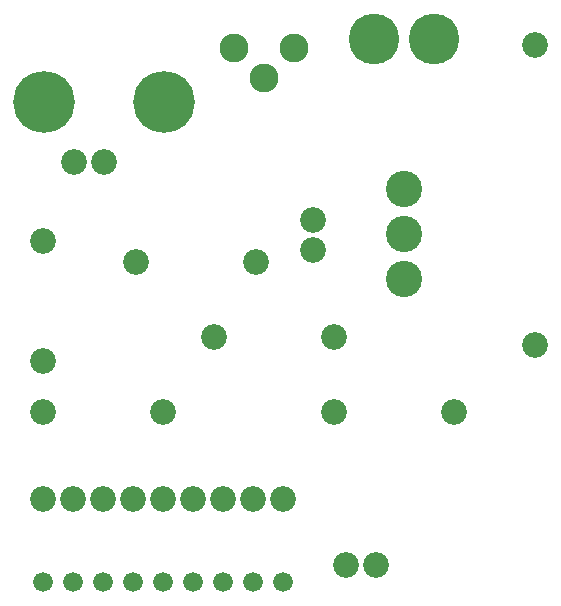
<source format=gbr>
G04 start of page 9 for group 11 layer_idx 11 *
G04 Title: (unknown), bottom_mask *
G04 Creator: pcb-rnd 2.0.0 *
G04 CreationDate: 2018-06-06 15:15:13 UTC *
G04 For:  *
G04 Format: Gerber/RS-274X *
G04 PCB-Dimensions: 500000 500000 *
G04 PCB-Coordinate-Origin: lower left *
%MOIN*%
%FSLAX25Y25*%
%LNBOTTOMMASK*%
%ADD92C,0.1690*%
%ADD91C,0.0960*%
%ADD90C,0.1210*%
%ADD89C,0.2060*%
%ADD88C,0.0660*%
%ADD87C,0.0860*%
G54D87*X266000Y301660D03*
X240000Y326660D03*
X259000Y247660D03*
X269000D03*
X249000Y276660D03*
G54D88*X229001Y220273D03*
G54D87*X239000Y247660D03*
X249000D03*
X279000D03*
X280000Y326660D03*
X289000Y247660D03*
G54D88*X259001Y220273D03*
X249001D03*
X239001D03*
G54D87*X299000Y340660D03*
X306000Y276660D03*
Y301660D03*
X209000Y333660D03*
G54D89*X209500Y380160D03*
X249500D03*
G54D87*X219500Y360160D03*
X229500D03*
G54D90*X329500Y336000D03*
Y351000D03*
G54D91*X282880Y388000D03*
G54D87*X299000Y330660D03*
G54D90*X329500Y321000D03*
G54D87*X373000Y399160D03*
G54D92*X339500Y401000D03*
X319500D03*
G54D91*X272880Y398000D03*
X292880D03*
G54D87*X373000Y299160D03*
X209000Y293660D03*
X346000Y276660D03*
X209000D03*
G54D88*X219001Y220273D03*
X209001D03*
G54D87*X320000Y225660D03*
G54D88*X289001Y220273D03*
X279001D03*
X269001D03*
G54D87*X310000Y225660D03*
X209000Y247660D03*
X219000D03*
X229000D03*
M02*

</source>
